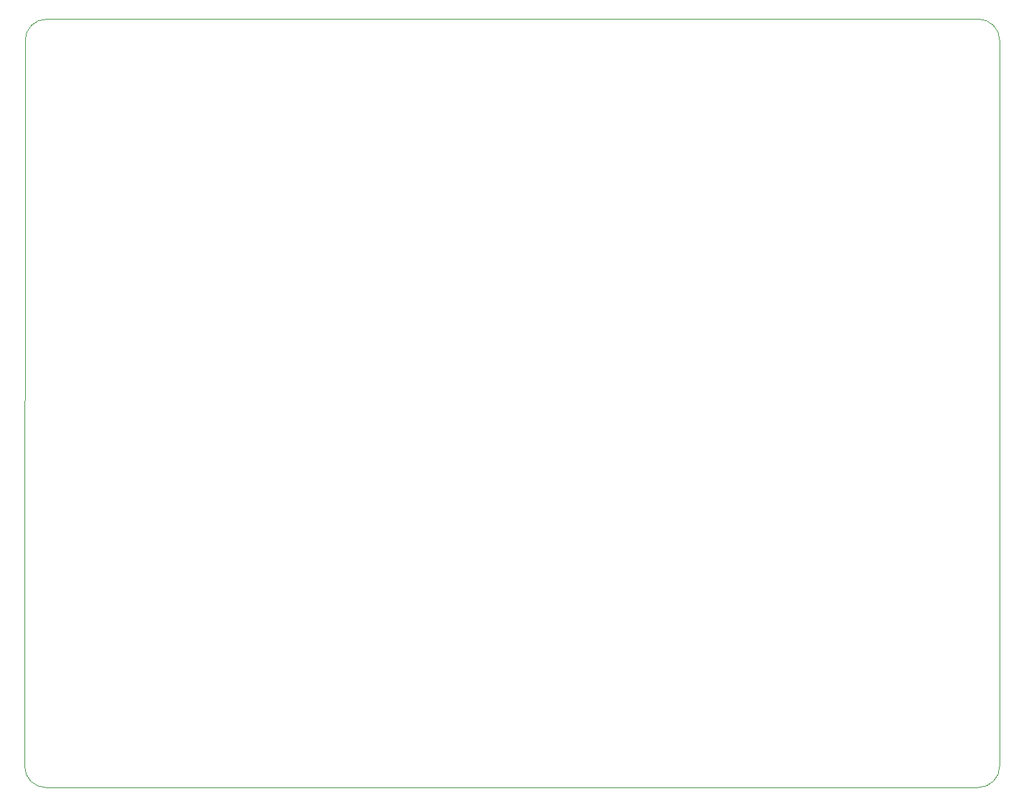
<source format=gbr>
%TF.GenerationSoftware,KiCad,Pcbnew,9.0.6*%
%TF.CreationDate,2026-02-01T22:29:02+01:00*%
%TF.ProjectId,BMS,424d532e-6b69-4636-9164-5f7063625858,rev?*%
%TF.SameCoordinates,Original*%
%TF.FileFunction,Profile,NP*%
%FSLAX46Y46*%
G04 Gerber Fmt 4.6, Leading zero omitted, Abs format (unit mm)*
G04 Created by KiCad (PCBNEW 9.0.6) date 2026-02-01 22:29:02*
%MOMM*%
%LPD*%
G01*
G04 APERTURE LIST*
%TA.AperFunction,Profile*%
%ADD10C,0.050000*%
%TD*%
G04 APERTURE END LIST*
D10*
X17770000Y-66122189D02*
X17699995Y-154107939D01*
X133277811Y-63500000D02*
G75*
G02*
X135899989Y-66083383I31989J-2590000D01*
G01*
X135900000Y-154041242D02*
G75*
G02*
X133279844Y-156699987I-2626600J-31958D01*
G01*
X20322189Y-156699999D02*
G75*
G02*
X17700012Y-154116617I-31989J2589999D01*
G01*
X133280000Y-156699999D02*
X20322189Y-156699999D01*
X133277855Y-63500000D02*
X20360000Y-63500000D01*
X135900000Y-154041242D02*
X135900000Y-66087080D01*
X17770000Y-66122189D02*
G75*
G02*
X20353383Y-63500001I2590000J31999D01*
G01*
M02*

</source>
